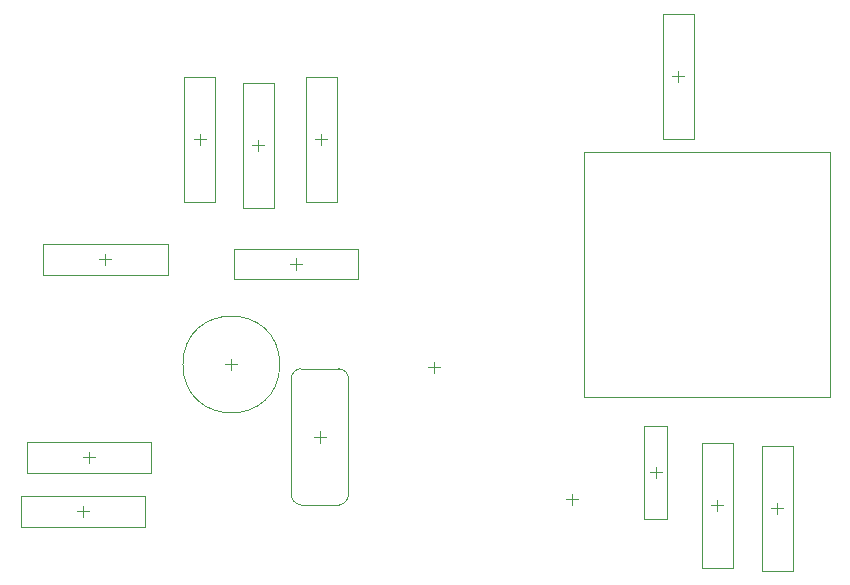
<source format=gbr>
G04*
G04 #@! TF.GenerationSoftware,Altium Limited,Altium Designer,24.10.1 (45)*
G04*
G04 Layer_Color=32768*
%FSLAX25Y25*%
%MOIN*%
G70*
G04*
G04 #@! TF.SameCoordinates,82B40839-DE60-4B9F-80D9-4B01C0AB2508*
G04*
G04*
G04 #@! TF.FilePolarity,Positive*
G04*
G01*
G75*
%ADD60C,0.00197*%
%ADD61C,0.00394*%
D60*
X138796Y36231D02*
G03*
X142047Y39799I-197J3445D01*
G01*
X122953Y39873D02*
G03*
X126201Y36231I3445J-197D01*
G01*
Y81630D02*
G03*
X122953Y77988I197J-3445D01*
G01*
X142047Y78062D02*
G03*
X138796Y81630I-3448J123D01*
G01*
X119142Y83000D02*
G03*
X119142Y83000I-16142J0D01*
G01*
X32732Y28882D02*
Y39118D01*
Y28882D02*
X74268D01*
X32732Y39118D02*
X74268D01*
Y28882D02*
Y39118D01*
X126201Y36231D02*
X138796D01*
X126201Y81630D02*
X138796D01*
X142047Y39799D02*
Y77988D01*
X122953Y39799D02*
Y77988D01*
X40232Y112882D02*
Y123118D01*
Y112882D02*
X81768D01*
X40232Y123118D02*
X81768D01*
Y112882D02*
Y123118D01*
X240632Y31350D02*
Y62650D01*
X248368Y31350D02*
Y62650D01*
X240632D02*
X248368D01*
X240632Y31350D02*
X248368D01*
X259882Y56768D02*
X270118D01*
X259882Y15232D02*
Y56768D01*
X270118Y15232D02*
Y56768D01*
X259882Y15232D02*
X270118D01*
X279882Y55768D02*
X290118D01*
X279882Y14232D02*
Y55768D01*
X290118Y14232D02*
Y55768D01*
X279882Y14232D02*
X290118D01*
X246882Y199768D02*
X257118D01*
X246882Y158232D02*
Y199768D01*
X257118Y158232D02*
Y199768D01*
X246882Y158232D02*
X257118D01*
X103732Y111382D02*
Y121618D01*
Y111382D02*
X145268D01*
X103732Y121618D02*
X145268D01*
Y111382D02*
Y121618D01*
X220516Y153984D02*
X302484D01*
Y72016D02*
Y153984D01*
X220516Y72016D02*
X302484D01*
X220516D02*
Y153984D01*
X106882Y176768D02*
X117118D01*
X106882Y135232D02*
Y176768D01*
X117118Y135232D02*
Y176768D01*
X106882Y135232D02*
X117118D01*
X34732Y46882D02*
Y57118D01*
Y46882D02*
X76268D01*
X34732Y57118D02*
X76268D01*
Y46882D02*
Y57118D01*
X127882Y178768D02*
X138118D01*
X127882Y137232D02*
Y178768D01*
X138118Y137232D02*
Y178768D01*
X127882Y137232D02*
X138118D01*
X87382Y178768D02*
X97618D01*
X87382Y137232D02*
Y178768D01*
X97618Y137232D02*
Y178768D01*
X87382Y137232D02*
X97618D01*
D61*
X53500Y32032D02*
Y35969D01*
X51532Y34000D02*
X55469D01*
X132500Y56925D02*
Y60862D01*
X130532Y58894D02*
X134469D01*
X101032Y83000D02*
X104969D01*
X103000Y81032D02*
Y84969D01*
X61000Y116032D02*
Y119969D01*
X59032Y118000D02*
X62969D01*
X216500Y36031D02*
Y39969D01*
X214531Y38000D02*
X218469D01*
X242532Y47000D02*
X246469D01*
X244500Y45032D02*
Y48969D01*
X263032Y36000D02*
X266969D01*
X265000Y34032D02*
Y37969D01*
X283032Y35000D02*
X286969D01*
X285000Y33032D02*
Y36969D01*
X250032Y179000D02*
X253969D01*
X252000Y177032D02*
Y180969D01*
X124500Y114532D02*
Y118469D01*
X122532Y116500D02*
X126469D01*
X110032Y156000D02*
X113969D01*
X112000Y154032D02*
Y157969D01*
X55500Y50032D02*
Y53969D01*
X53532Y52000D02*
X57469D01*
X131032Y158000D02*
X134969D01*
X133000Y156032D02*
Y159969D01*
X90532Y158000D02*
X94469D01*
X92500Y156032D02*
Y159969D01*
X170500Y80032D02*
Y83969D01*
X168532Y82000D02*
X172469D01*
M02*

</source>
